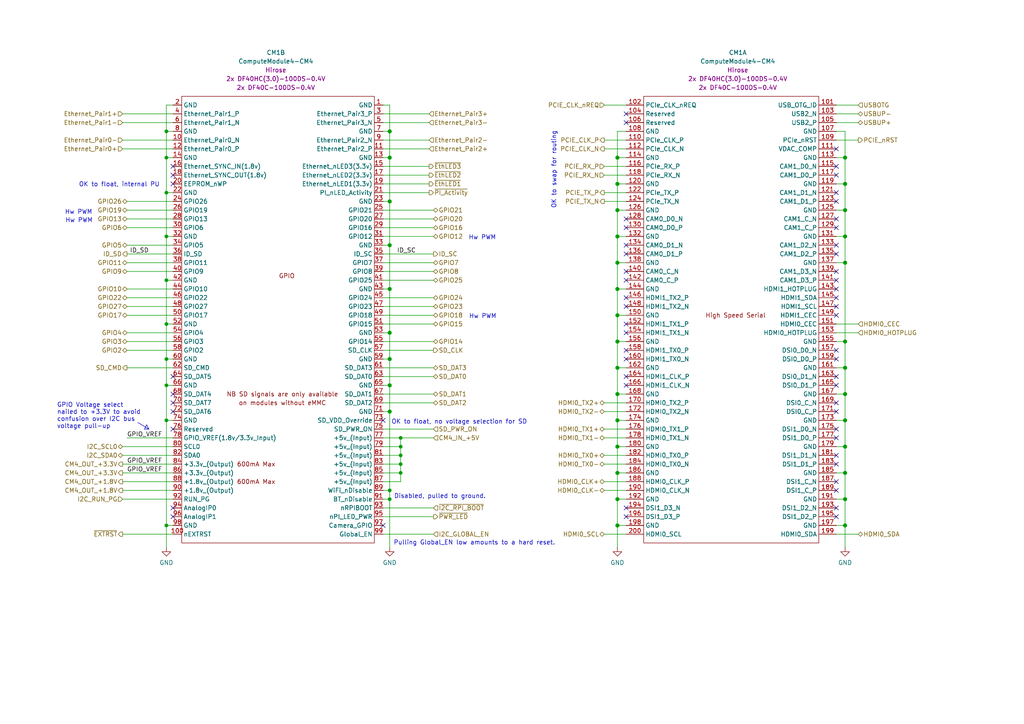
<source format=kicad_sch>
(kicad_sch (version 20211123) (generator eeschema)
  (paper "A4")
  (title_block (title "CM4 Hirose connector mappings") (date "2021-11-20") (rev "4") (company "Copyright © 2022 Christian Kuhtz") (comment 2 "CERN-OHL-W v2 or later"))
  (lib_symbols
    (symbol "Connector_Hirose_RaspberryPi:ComputeModule4-CM4"
      (property "Reference" "Module" (at 113.03 -68.58 0))
      (property "Value" "ComputeModule4-CM4" (at 140.97 2.54 0))
      (property "Manufacturer" "Hirose" (at 0 0 0))
      (property "MPN" "2x DF40C-100DS-0.4V" (at 0 -2.54 0))
      (property "MPN (Alt)" "2x DF40HC(3.0)-100DS-0.4V" (at 0 0 0))
      (symbol "ComputeModule4-CM4_1_0"
        (text "GPIO" (at 0 6.35 0) (effects (font (size 1.27 1.27))))
      )
      (symbol "ComputeModule4-CM4_1_1"
        (rectangle (start -30.48 -71.12) (end 25.4 58.42))
        (text "600mA Max" (at -8.89 -53.34 0) (effects (font (size 1.27 1.27))))
        (text "600mA Max" (at -8.89 -48.26 0) (effects (font (size 1.27 1.27))))
        (text "NB SD signals are only available" (at -1.27 -27.94 0) (effects (font (size 1.27 1.27))))
        (text "on modules without eMMC" (at -1.27 -30.48 0) (effects (font (size 1.27 1.27))))
        (pin power_in line (at 27.94 55.88 180) (length 2.54) (name "GND") (number "1"))
        (pin passive line (at -33.02 45.72 0) (length 2.54) (name "Ethernet_Pair0_N") (number "10"))
        (pin output line (at -33.02 -68.58 0) (length 2.54) (name "nEXTRST") (number "100"))
        (pin passive line (at 27.94 43.18 180) (length 2.54) (name "Ethernet_Pair2_P") (number "11"))
        (pin passive line (at -33.02 43.18 0) (length 2.54) (name "Ethernet_Pair0_P") (number "12"))
        (pin power_in line (at 27.94 40.64 180) (length 2.54) (name "GND") (number "13"))
        (pin power_in line (at -33.02 40.64 0) (length 2.54) (name "GND") (number "14"))
        (pin output line (at 27.94 38.1 180) (length 2.54) (name "Ethernet_nLED3(3.3v)") (number "15"))
        (pin input line (at -33.02 38.1 0) (length 2.54) (name "Ethernet_SYNC_IN(1.8v)") (number "16"))
        (pin output line (at 27.94 35.56 180) (length 2.54) (name "Ethernet_nLED2(3.3v)") (number "17"))
        (pin input line (at -33.02 35.56 0) (length 2.54) (name "Ethernet_SYNC_OUT(1.8v)") (number "18"))
        (pin output line (at 27.94 33.02 180) (length 2.54) (name "Ethernet_nLED1(3.3v)") (number "19"))
        (pin power_in line (at -33.02 55.88 0) (length 2.54) (name "GND") (number "2"))
        (pin passive line (at -33.02 33.02 0) (length 2.54) (name "EEPROM_nWP") (number "20"))
        (pin open_collector line (at 27.94 30.48 180) (length 2.54) (name "PI_nLED_Activity") (number "21"))
        (pin power_in line (at -33.02 30.48 0) (length 2.54) (name "GND") (number "22"))
        (pin power_in line (at 27.94 27.94 180) (length 2.54) (name "GND") (number "23"))
        (pin passive line (at -33.02 27.94 0) (length 2.54) (name "GPIO26") (number "24"))
        (pin passive line (at 27.94 25.4 180) (length 2.54) (name "GPIO21") (number "25"))
        (pin passive line (at -33.02 25.4 0) (length 2.54) (name "GPIO19") (number "26"))
        (pin passive line (at 27.94 22.86 180) (length 2.54) (name "GPIO20") (number "27"))
        (pin passive line (at -33.02 22.86 0) (length 2.54) (name "GPIO13") (number "28"))
        (pin passive line (at 27.94 20.32 180) (length 2.54) (name "GPIO16") (number "29"))
        (pin passive line (at 27.94 53.34 180) (length 2.54) (name "Ethernet_Pair3_P") (number "3"))
        (pin passive line (at -33.02 20.32 0) (length 2.54) (name "GPIO6") (number "30"))
        (pin passive line (at 27.94 17.78 180) (length 2.54) (name "GPIO12") (number "31"))
        (pin power_in line (at -33.02 17.78 0) (length 2.54) (name "GND") (number "32"))
        (pin power_in line (at 27.94 15.24 180) (length 2.54) (name "GND") (number "33"))
        (pin passive line (at -33.02 15.24 0) (length 2.54) (name "GPIO5") (number "34"))
        (pin passive line (at 27.94 12.7 180) (length 2.54) (name "ID_SC") (number "35"))
        (pin passive line (at -33.02 12.7 0) (length 2.54) (name "ID_SD") (number "36"))
        (pin passive line (at 27.94 10.16 180) (length 2.54) (name "GPIO7") (number "37"))
        (pin passive line (at -33.02 10.16 0) (length 2.54) (name "GPIO11") (number "38"))
        (pin passive line (at 27.94 7.62 180) (length 2.54) (name "GPIO8") (number "39"))
        (pin passive line (at -33.02 53.34 0) (length 2.54) (name "Ethernet_Pair1_P") (number "4"))
        (pin passive line (at -33.02 7.62 0) (length 2.54) (name "GPIO9") (number "40"))
        (pin passive line (at 27.94 5.08 180) (length 2.54) (name "GPIO25") (number "41"))
        (pin power_in line (at -33.02 5.08 0) (length 2.54) (name "GND") (number "42"))
        (pin power_in line (at 27.94 2.54 180) (length 2.54) (name "GND") (number "43"))
        (pin passive line (at -33.02 2.54 0) (length 2.54) (name "GPIO10") (number "44"))
        (pin passive line (at 27.94 0 180) (length 2.54) (name "GPIO24") (number "45"))
        (pin passive line (at -33.02 0 0) (length 2.54) (name "GPIO22") (number "46"))
        (pin passive line (at 27.94 -2.54 180) (length 2.54) (name "GPIO23") (number "47"))
        (pin passive line (at -33.02 -2.54 0) (length 2.54) (name "GPIO27") (number "48"))
        (pin passive line (at 27.94 -5.08 180) (length 2.54) (name "GPIO18") (number "49"))
        (pin passive line (at 27.94 50.8 180) (length 2.54) (name "Ethernet_Pair3_N") (number "5"))
        (pin passive line (at -33.02 -5.08 0) (length 2.54) (name "GPIO17") (number "50"))
        (pin passive line (at 27.94 -7.62 180) (length 2.54) (name "GPIO15") (number "51"))
        (pin power_in line (at -33.02 -7.62 0) (length 2.54) (name "GND") (number "52"))
        (pin power_in line (at 27.94 -10.16 180) (length 2.54) (name "GND") (number "53"))
        (pin passive line (at -33.02 -10.16 0) (length 2.54) (name "GPIO4") (number "54"))
        (pin passive line (at 27.94 -12.7 180) (length 2.54) (name "GPIO14") (number "55"))
        (pin passive line (at -33.02 -12.7 0) (length 2.54) (name "GPIO3") (number "56"))
        (pin passive line (at 27.94 -15.24 180) (length 2.54) (name "SD_CLK") (number "57"))
        (pin passive line (at -33.02 -15.24 0) (length 2.54) (name "GPIO2") (number "58"))
        (pin power_in line (at 27.94 -17.78 180) (length 2.54) (name "GND") (number "59"))
        (pin passive line (at -33.02 50.8 0) (length 2.54) (name "Ethernet_Pair1_N") (number "6"))
        (pin power_in line (at -33.02 -17.78 0) (length 2.54) (name "GND") (number "60"))
        (pin passive line (at 27.94 -20.32 180) (length 2.54) (name "SD_DAT3") (number "61"))
        (pin passive line (at -33.02 -20.32 0) (length 2.54) (name "SD_CMD") (number "62"))
        (pin passive line (at 27.94 -22.86 180) (length 2.54) (name "SD_DAT0") (number "63"))
        (pin passive line (at -33.02 -22.86 0) (length 2.54) (name "SD_DAT5") (number "64"))
        (pin power_in line (at 27.94 -25.4 180) (length 2.54) (name "GND") (number "65"))
        (pin power_in line (at -33.02 -25.4 0) (length 2.54) (name "GND") (number "66"))
        (pin passive line (at 27.94 -27.94 180) (length 2.54) (name "SD_DAT1") (number "67"))
        (pin passive line (at -33.02 -27.94 0) (length 2.54) (name "SD_DAT4") (number "68"))
        (pin passive line (at 27.94 -30.48 180) (length 2.54) (name "SD_DAT2") (number "69"))
        (pin power_in line (at 27.94 48.26 180) (length 2.54) (name "GND") (number "7"))
        (pin passive line (at -33.02 -30.48 0) (length 2.54) (name "SD_DAT7") (number "70"))
        (pin power_in line (at 27.94 -33.02 180) (length 2.54) (name "GND") (number "71"))
        (pin passive line (at -33.02 -33.02 0) (length 2.54) (name "SD_DAT6") (number "72"))
        (pin input line (at 27.94 -35.56 180) (length 2.54) (name "SD_VDD_Override") (number "73"))
        (pin power_in line (at -33.02 -35.56 0) (length 2.54) (name "GND") (number "74"))
        (pin output line (at 27.94 -38.1 180) (length 2.54) (name "SD_PWR_ON") (number "75"))
        (pin passive line (at -33.02 -38.1 0) (length 2.54) (name "Reserved") (number "76"))
        (pin power_in line (at 27.94 -40.64 180) (length 2.54) (name "+5v_(Input)") (number "77"))
        (pin power_in line (at -33.02 -40.64 0) (length 2.54) (name "GPIO_VREF(1.8v/3.3v_Input)") (number "78"))
        (pin power_in line (at 27.94 -43.18 180) (length 2.54) (name "+5v_(Input)") (number "79"))
        (pin power_in line (at -33.02 48.26 0) (length 2.54) (name "GND") (number "8"))
        (pin passive line (at -33.02 -43.18 0) (length 2.54) (name "SCL0") (number "80"))
        (pin power_in line (at 27.94 -45.72 180) (length 2.54) (name "+5v_(Input)") (number "81"))
        (pin passive line (at -33.02 -45.72 0) (length 2.54) (name "SDA0") (number "82"))
        (pin power_in line (at 27.94 -48.26 180) (length 2.54) (name "+5v_(Input)") (number "83"))
        (pin power_out line (at -33.02 -48.26 0) (length 2.54) (name "+3.3v_(Output)") (number "84"))
        (pin power_in line (at 27.94 -50.8 180) (length 2.54) (name "+5v_(Input)") (number "85"))
        (pin passive line (at -33.02 -50.8 0) (length 2.54) (name "+3.3v_(Output)") (number "86"))
        (pin power_in line (at 27.94 -53.34 180) (length 2.54) (name "+5v_(Input)") (number "87"))
        (pin power_out line (at -33.02 -53.34 0) (length 2.54) (name "+1.8v_(Output)") (number "88"))
        (pin power_in line (at 27.94 -55.88 180) (length 2.54) (name "WiFi_nDisable") (number "89"))
        (pin passive line (at 27.94 45.72 180) (length 2.54) (name "Ethernet_Pair2_N") (number "9"))
        (pin passive line (at -33.02 -55.88 0) (length 2.54) (name "+1.8v_(Output)") (number "90"))
        (pin power_in line (at 27.94 -58.42 180) (length 2.54) (name "BT_nDisable") (number "91"))
        (pin passive line (at -33.02 -58.42 0) (length 2.54) (name "RUN_PG") (number "92"))
        (pin input line (at 27.94 -60.96 180) (length 2.54) (name "nRPIBOOT") (number "93"))
        (pin passive line (at -33.02 -60.96 0) (length 2.54) (name "AnalogIP0") (number "94"))
        (pin output line (at 27.94 -63.5 180) (length 2.54) (name "nPI_LED_PWR") (number "95"))
        (pin passive line (at -33.02 -63.5 0) (length 2.54) (name "AnalogIP1") (number "96"))
        (pin passive line (at 27.94 -66.04 180) (length 2.54) (name "Camera_GPIO") (number "97"))
        (pin power_in line (at -33.02 -66.04 0) (length 2.54) (name "GND") (number "98"))
        (pin input line (at 27.94 -68.58 180) (length 2.54) (name "Global_EN") (number "99"))
      )
      (symbol "ComputeModule4-CM4_2_1"
        (rectangle (start 114.3 -66.04) (end 165.1 63.5))
        (text "High Speed Serial" (at 140.97 0 0) (effects (font (size 1.27 1.27))))
        (pin input line (at 170.18 60.96 180) (length 5.08) (name "USB_OTG_ID") (number "101"))
        (pin input line (at 109.22 60.96 0) (length 5.08) (name "PCIe_CLK_nREQ") (number "102"))
        (pin passive line (at 170.18 58.42 180) (length 5.08) (name "USB2_N") (number "103"))
        (pin passive line (at 109.22 58.42 0) (length 5.08) (name "Reserved") (number "104"))
        (pin passive line (at 170.18 55.88 180) (length 5.08) (name "USB2_P") (number "105"))
        (pin passive line (at 109.22 55.88 0) (length 5.08) (name "Reserved") (number "106"))
        (pin power_in line (at 170.18 53.34 180) (length 5.08) (name "GND") (number "107"))
        (pin power_in line (at 109.22 53.34 0) (length 5.08) (name "GND") (number "108"))
        (pin bidirectional line (at 170.18 50.8 180) (length 5.08) (name "PCIe_nRST") (number "109"))
        (pin output line (at 109.22 50.8 0) (length 5.08) (name "PCIe_CLK_P") (number "110"))
        (pin passive line (at 170.18 48.26 180) (length 5.08) (name "VDAC_COMP") (number "111"))
        (pin output line (at 109.22 48.26 0) (length 5.08) (name "PCIe_CLK_N") (number "112"))
        (pin power_in line (at 170.18 45.72 180) (length 5.08) (name "GND") (number "113"))
        (pin power_in line (at 109.22 45.72 0) (length 5.08) (name "GND") (number "114"))
        (pin input line (at 170.18 43.18 180) (length 5.08) (name "CAM1_D0_N") (number "115"))
        (pin input line (at 109.22 43.18 0) (length 5.08) (name "PCIe_RX_P") (number "116"))
        (pin input line (at 170.18 40.64 180) (length 5.08) (name "CAM1_D0_P") (number "117"))
        (pin input line (at 109.22 40.64 0) (length 5.08) (name "PCIe_RX_N") (number "118"))
        (pin power_in line (at 170.18 38.1 180) (length 5.08) (name "GND") (number "119"))
        (pin power_in line (at 109.22 38.1 0) (length 5.08) (name "GND") (number "120"))
        (pin input line (at 170.18 35.56 180) (length 5.08) (name "CAM1_D1_N") (number "121"))
        (pin output line (at 109.22 35.56 0) (length 5.08) (name "PCIe_TX_P") (number "122"))
        (pin input line (at 170.18 33.02 180) (length 5.08) (name "CAM1_D1_P") (number "123"))
        (pin output line (at 109.22 33.02 0) (length 5.08) (name "PCIe_TX_N") (number "124"))
        (pin power_in line (at 170.18 30.48 180) (length 5.08) (name "GND") (number "125"))
        (pin power_in line (at 109.22 30.48 0) (length 5.08) (name "GND") (number "126"))
        (pin input line (at 170.18 27.94 180) (length 5.08) (name "CAM1_C_N") (number "127"))
        (pin input line (at 109.22 27.94 0) (length 5.08) (name "CAM0_D0_N") (number "128"))
        (pin input line (at 170.18 25.4 180) (length 5.08) (name "CAM1_C_P") (number "129"))
        (pin input line (at 109.22 25.4 0) (length 5.08) (name "CAM0_D0_P") (number "130"))
        (pin power_in line (at 170.18 22.86 180) (length 5.08) (name "GND") (number "131"))
        (pin power_in line (at 109.22 22.86 0) (length 5.08) (name "GND") (number "132"))
        (pin input line (at 170.18 20.32 180) (length 5.08) (name "CAM1_D2_N") (number "133"))
        (pin input line (at 109.22 20.32 0) (length 5.08) (name "CAM0_D1_N") (number "134"))
        (pin input line (at 170.18 17.78 180) (length 5.08) (name "CAM1_D2_P") (number "135"))
        (pin input line (at 109.22 17.78 0) (length 5.08) (name "CAM0_D1_P") (number "136"))
        (pin power_in line (at 170.18 15.24 180) (length 5.08) (name "GND") (number "137"))
        (pin power_in line (at 109.22 15.24 0) (length 5.08) (name "GND") (number "138"))
        (pin input line (at 170.18 12.7 180) (length 5.08) (name "CAM1_D3_N") (number "139"))
        (pin input line (at 109.22 12.7 0) (length 5.08) (name "CAM0_C_N") (number "140"))
        (pin input line (at 170.18 10.16 180) (length 5.08) (name "CAM1_D3_P") (number "141"))
        (pin input line (at 109.22 10.16 0) (length 5.08) (name "CAM0_C_P") (number "142"))
        (pin input line (at 170.18 7.62 180) (length 5.08) (name "HDMI1_HOTPLUG") (number "143"))
        (pin power_in line (at 109.22 7.62 0) (length 5.08) (name "GND") (number "144"))
        (pin bidirectional line (at 170.18 5.08 180) (length 5.08) (name "HDMI1_SDA") (number "145"))
        (pin output line (at 109.22 5.08 0) (length 5.08) (name "HDMI1_TX2_P") (number "146"))
        (pin open_collector line (at 170.18 2.54 180) (length 5.08) (name "HDMI1_SCL") (number "147"))
        (pin output line (at 109.22 2.54 0) (length 5.08) (name "HDMI1_TX2_N") (number "148"))
        (pin open_collector line (at 170.18 0 180) (length 5.08) (name "HDMI1_CEC") (number "149"))
        (pin power_in line (at 109.22 0 0) (length 5.08) (name "GND") (number "150"))
        (pin open_collector line (at 170.18 -2.54 180) (length 5.08) (name "HDMI0_CEC") (number "151"))
        (pin output line (at 109.22 -2.54 0) (length 5.08) (name "HDMI1_TX1_P") (number "152"))
        (pin input line (at 170.18 -5.08 180) (length 5.08) (name "HDMI0_HOTPLUG") (number "153"))
        (pin output line (at 109.22 -5.08 0) (length 5.08) (name "HDMI1_TX1_N") (number "154"))
        (pin power_in line (at 170.18 -7.62 180) (length 5.08) (name "GND") (number "155"))
        (pin power_in line (at 109.22 -7.62 0) (length 5.08) (name "GND") (number "156"))
        (pin output line (at 170.18 -10.16 180) (length 5.08) (name "DSI0_D0_N") (number "157"))
        (pin output line (at 109.22 -10.16 0) (length 5.08) (name "HDMI1_TX0_P") (number "158"))
        (pin output line (at 170.18 -12.7 180) (length 5.08) (name "DSI0_D0_P") (number "159"))
        (pin output line (at 109.22 -12.7 0) (length 5.08) (name "HDMI1_TX0_N") (number "160"))
        (pin power_in line (at 170.18 -15.24 180) (length 5.08) (name "GND") (number "161"))
        (pin power_in line (at 109.22 -15.24 0) (length 5.08) (name "GND") (number "162"))
        (pin output line (at 170.18 -17.78 180) (length 5.08) (name "DSI0_D1_N") (number "163"))
        (pin output line (at 109.22 -17.78 0) (length 5.08) (name "HDMI1_CLK_P") (number "164"))
        (pin output line (at 170.18 -20.32 180) (length 5.08) (name "DSI0_D1_P") (number "165"))
        (pin output line (at 109.22 -20.32 0) (length 5.08) (name "HDMI1_CLK_N") (number "166"))
        (pin power_in line (at 170.18 -22.86 180) (length 5.08) (name "GND") (number "167"))
        (pin power_in line (at 109.22 -22.86 0) (length 5.08) (name "GND") (number "168"))
        (pin output line (at 170.18 -25.4 180) (length 5.08) (name "DSI0_C_N") (number "169"))
        (pin output line (at 109.22 -25.4 0) (length 5.08) (name "HDMI0_TX2_P") (number "170"))
        (pin output line (at 170.18 -27.94 180) (length 5.08) (name "DSI0_C_P") (number "171"))
        (pin output line (at 109.22 -27.94 0) (length 5.08) (name "HDMI0_TX2_N") (number "172"))
        (pin power_in line (at 170.18 -30.48 180) (length 5.08) (name "GND") (number "173"))
        (pin power_in line (at 109.22 -30.48 0) (length 5.08) (name "GND") (number "174"))
        (pin output line (at 170.18 -33.02 180) (length 5.08) (name "DSI1_D0_N") (number "175"))
        (pin output line (at 109.22 -33.02 0) (length 5.08) (name "HDMI0_TX1_P") (number "176"))
        (pin output line (at 170.18 -35.56 180) (length 5.08) (name "DSI1_D0_P") (number "177"))
        (pin output line (at 109.22 -35.56 0) (length 5.08) (name "HDMI0_TX1_N") (number "178"))
        (pin power_in line (at 170.18 -38.1 180) (length 5.08) (name "GND") (number "179"))
        (pin power_in line (at 109.22 -38.1 0) (length 5.08) (name "GND") (number "180"))
        (pin output line (at 170.18 -40.64 180) (length 5.08) (name "DSI1_D1_N") (number "181"))
        (pin output line (at 109.22 -40.64 0) (length 5.08) (name "HDMI0_TX0_P") (number "182"))
        (pin output line (at 170.18 -43.18 180) (length 5.08) (name "DSI1_D1_P") (number "183"))
        (pin output line (at 109.22 -43.18 0) (length 5.08) (name "HDMI0_TX0_N") (number "184"))
        (pin power_in line (at 170.18 -45.72 180) (length 5.08) (name "GND") (number "185"))
        (pin power_in line (at 109.22 -45.72 0) (length 5.08) (name "GND") (number "186"))
        (pin output line (at 170.18 -48.26 180) (length 5.08) (name "DSI1_C_N") (number "187"))
        (pin output line (at 109.22 -48.26 0) (length 5.08) (name "HDMI0_CLK_P") (number "188"))
        (pin output line (at 170.18 -50.8 180) (length 5.08) (name "DSI1_C_P") (number "189"))
        (pin output line (at 109.22 -50.8 0) (length 5.08) (name "HDMI0_CLK_N") (number "190"))
        (pin power_in line (at 170.18 -53.34 180) (length 5.08) (name "GND") (number "191"))
        (pin power_in line (at 109.22 -53.34 0) (length 5.08) (name "GND") (number "192"))
        (pin output line (at 170.18 -55.88 180) (length 5.08) (name "DSI1_D2_N") (number "193"))
        (pin output line (at 109.22 -55.88 0) (length 5.08) (name "DSI1_D3_N") (number "194"))
        (pin output line (at 170.18 -58.42 180) (length 5.08) (name "DSI1_D2_P") (number "195"))
        (pin output line (at 109.22 -58.42 0) (length 5.08) (name "DSI1_D3_P") (number "196"))
        (pin power_in line (at 170.18 -60.96 180) (length 5.08) (name "GND") (number "197"))
        (pin power_in line (at 109.22 -60.96 0) (length 5.08) (name "GND") (number "198"))
        (pin bidirectional line (at 170.18 -63.5 180) (length 5.08) (name "HDMI0_SDA") (number "199"))
        (pin open_collector line (at 109.22 -63.5 0) (length 5.08) (name "HDMI0_SCL") (number "200"))
      )
    )
    (symbol "power:GND" (power) (pin_names (offset 0))
      (property "Value" "GND" (at 0 -3.81 0))
      (symbol "GND_0_1"
        (polyline (pts (xy 0 0) (xy 0 -1.27) (xy 1.27 -1.27) (xy 0 -2.54) (xy -1.27 -1.27) (xy 0 -1.27)))
      )
      (symbol "GND_1_1"
        (pin power_in line (at 0 0 270) (length 0) hide (name "GND") (number "1"))
      )
    )
  )
  (junction (at 245.11 129.54) (diameter 1.016))
  (junction (at 113.03 58.42) (diameter 1.016))
  (junction (at 48.26 152.4) (diameter 0.9144))
  (junction (at 113.03 119.38) (diameter 1.016))
  (junction (at 48.26 121.92) (diameter 0.9144))
  (junction (at 245.11 45.72) (diameter 1.016))
  (junction (at 116.205 132.08) (diameter 0.9144))
  (junction (at 48.26 45.72) (diameter 0.9144))
  (junction (at 113.03 38.1) (diameter 1.016))
  (junction (at 245.11 60.96) (diameter 1.016))
  (junction (at 179.07 45.72) (diameter 1.016))
  (junction (at 48.26 104.14) (diameter 0.9144))
  (junction (at 245.11 152.4) (diameter 1.016))
  (junction (at 116.205 137.16) (diameter 0.9144))
  (junction (at 245.11 144.78) (diameter 1.016))
  (junction (at 179.07 76.2) (diameter 1.016))
  (junction (at 179.07 60.96) (diameter 1.016))
  (junction (at 113.03 83.82) (diameter 1.016))
  (junction (at 245.11 121.92) (diameter 1.016))
  (junction (at 116.205 129.54) (diameter 0.9144))
  (junction (at 245.11 68.58) (diameter 1.016))
  (junction (at 48.26 93.98) (diameter 0.9144))
  (junction (at 48.26 68.58) (diameter 0.9144))
  (junction (at 245.11 137.16) (diameter 1.016))
  (junction (at 113.03 111.76) (diameter 1.016))
  (junction (at 245.11 114.3) (diameter 1.016))
  (junction (at 179.07 106.68) (diameter 1.016))
  (junction (at 116.205 134.62) (diameter 0.9144))
  (junction (at 245.11 76.2) (diameter 1.016))
  (junction (at 179.07 114.3) (diameter 1.016))
  (junction (at 245.11 53.34) (diameter 1.016))
  (junction (at 245.11 99.06) (diameter 1.016))
  (junction (at 48.26 111.76) (diameter 0.9144))
  (junction (at 113.03 142.24) (diameter 0.9144))
  (junction (at 116.205 127) (diameter 0.9144))
  (junction (at 48.26 38.1) (diameter 0.9144))
  (junction (at 179.07 121.92) (diameter 1.016))
  (junction (at 113.03 96.52) (diameter 1.016))
  (junction (at 113.03 104.14) (diameter 1.016))
  (junction (at 179.07 68.58) (diameter 1.016))
  (junction (at 179.07 83.82) (diameter 1.016))
  (junction (at 179.07 99.06) (diameter 1.016))
  (junction (at 179.07 53.34) (diameter 1.016))
  (junction (at 179.07 129.54) (diameter 1.016))
  (junction (at 245.11 106.68) (diameter 1.016))
  (junction (at 113.03 71.12) (diameter 1.016))
  (junction (at 48.26 81.28) (diameter 0.9144))
  (junction (at 48.26 55.88) (diameter 0.9144))
  (junction (at 179.07 144.78) (diameter 1.016))
  (junction (at 113.03 144.78) (diameter 0.9144))
  (junction (at 179.07 152.4) (diameter 1.016))
  (junction (at 179.07 137.16) (diameter 1.016))
  (junction (at 113.03 45.72) (diameter 1.016))
  (junction (at 179.07 91.44) (diameter 1.016))
  (no_connect (at 242.57 101.6))
  (no_connect (at 242.57 104.14))
  (no_connect (at 242.57 132.08))
  (no_connect (at 50.165 147.32))
  (no_connect (at 50.165 149.86))
  (no_connect (at 111.125 152.4))
  (no_connect (at 181.61 104.14))
  (no_connect (at 181.61 111.76))
  (no_connect (at 181.61 109.22))
  (no_connect (at 181.61 101.6))
  (no_connect (at 181.61 96.52))
  (no_connect (at 181.61 86.36))
  (no_connect (at 242.57 134.62))
  (no_connect (at 50.165 116.84))
  (no_connect (at 242.57 147.32))
  (no_connect (at 242.57 111.76))
  (no_connect (at 242.57 83.82))
  (no_connect (at 181.61 66.04))
  (no_connect (at 242.57 78.74))
  (no_connect (at 181.61 73.66))
  (no_connect (at 50.165 50.8))
  (no_connect (at 50.165 48.26))
  (no_connect (at 50.165 53.34))
  (no_connect (at 181.61 93.98))
  (no_connect (at 242.57 43.18))
  (no_connect (at 242.57 127))
  (no_connect (at 242.57 71.12))
  (no_connect (at 242.57 142.24))
  (no_connect (at 181.61 88.9))
  (no_connect (at 242.57 48.26))
  (no_connect (at 242.57 66.04))
  (no_connect (at 111.125 121.92))
  (no_connect (at 50.165 109.22))
  (no_connect (at 50.165 114.3))
  (no_connect (at 242.57 55.88))
  (no_connect (at 242.57 81.28))
  (no_connect (at 242.57 58.42))
  (no_connect (at 181.61 63.5))
  (no_connect (at 181.61 35.56))
  (no_connect (at 242.57 139.7))
  (no_connect (at 242.57 88.9))
  (no_connect (at 242.57 73.66))
  (no_connect (at 50.165 124.46))
  (no_connect (at 242.57 149.86))
  (no_connect (at 181.61 147.32))
  (no_connect (at 181.61 78.74))
  (no_connect (at 242.57 50.8))
  (no_connect (at 242.57 86.36))
  (no_connect (at 50.165 119.38))
  (no_connect (at 242.57 116.84))
  (no_connect (at 181.61 149.86))
  (no_connect (at 242.57 63.5))
  (no_connect (at 242.57 91.44))
  (no_connect (at 242.57 124.46))
  (no_connect (at 181.61 71.12))
  (no_connect (at 242.57 119.38))
  (no_connect (at 181.61 33.02))
  (no_connect (at 181.61 81.28))
  (no_connect (at 242.57 109.22))
  (wire (pts (xy 179.07 76.2) (xy 181.61 76.2)))
  (wire (pts (xy 36.83 66.04) (xy 50.165 66.04)))
  (wire (pts (xy 242.57 152.4) (xy 245.11 152.4)))
  (wire (pts (xy 35.56 40.64) (xy 50.165 40.64)))
  (wire (pts (xy 111.125 33.02) (xy 124.46 33.02)))
  (wire (pts (xy 181.61 38.1) (xy 179.07 38.1)))
  (wire (pts (xy 111.125 76.2) (xy 125.73 76.2)))
  (wire (pts (xy 48.26 68.58) (xy 48.26 81.28)))
  (wire (pts (xy 111.125 124.46) (xy 125.73 124.46)))
  (wire (pts (xy 111.125 116.84) (xy 125.73 116.84)))
  (wire (pts (xy 111.125 38.1) (xy 113.03 38.1)))
  (wire (pts (xy 179.07 60.96) (xy 181.61 60.96)))
  (wire (pts (xy 242.57 40.64) (xy 248.92 40.64)))
  (wire (pts (xy 181.61 144.78) (xy 179.07 144.78)))
  (wire (pts (xy 181.61 152.4) (xy 179.07 152.4)))
  (wire (pts (xy 36.83 73.66) (xy 50.165 73.66)))
  (wire (pts (xy 175.26 119.38) (xy 181.61 119.38)))
  (wire (pts (xy 113.03 71.12) (xy 113.03 83.82)))
  (wire (pts (xy 175.26 48.26) (xy 181.61 48.26)))
  (wire (pts (xy 48.26 111.76) (xy 50.165 111.76)))
  (wire (pts (xy 113.03 58.42) (xy 113.03 71.12)))
  (wire (pts (xy 179.07 45.72) (xy 179.07 53.34)))
  (wire (pts (xy 245.11 137.16) (xy 245.11 144.78)))
  (wire (pts (xy 242.57 106.68) (xy 245.11 106.68)))
  (wire (pts (xy 113.03 142.24) (xy 113.03 144.78)))
  (wire (pts (xy 113.03 119.38) (xy 113.03 142.24)))
  (wire (pts (xy 113.03 144.78) (xy 113.03 158.75)))
  (wire (pts (xy 48.26 93.98) (xy 50.165 93.98)))
  (wire (pts (xy 111.125 66.04) (xy 125.73 66.04)))
  (wire (pts (xy 35.56 33.02) (xy 50.165 33.02)))
  (wire (pts (xy 36.83 101.6) (xy 50.165 101.6)))
  (wire (pts (xy 242.57 76.2) (xy 245.11 76.2)))
  (wire (pts (xy 175.26 134.62) (xy 181.61 134.62)))
  (wire (pts (xy 48.26 81.28) (xy 48.26 93.98)))
  (wire (pts (xy 48.26 30.48) (xy 48.26 38.1)))
  (wire (pts (xy 35.56 137.16) (xy 50.165 137.16)))
  (wire (pts (xy 111.125 73.66) (xy 125.73 73.66)))
  (wire (pts (xy 48.26 81.28) (xy 50.165 81.28)))
  (wire (pts (xy 111.125 43.18) (xy 124.46 43.18)))
  (wire (pts (xy 175.26 58.42) (xy 181.61 58.42)))
  (wire (pts (xy 175.26 139.7) (xy 181.61 139.7)))
  (wire (pts (xy 111.125 55.88) (xy 124.46 55.88)))
  (wire (pts (xy 245.11 53.34) (xy 245.11 45.72)))
  (wire (pts (xy 48.26 104.14) (xy 50.165 104.14)))
  (wire (pts (xy 242.57 93.98) (xy 248.92 93.98)))
  (wire (pts (xy 48.26 104.14) (xy 48.26 111.76)))
  (wire (pts (xy 36.83 78.74) (xy 50.165 78.74)))
  (wire (pts (xy 113.03 45.72) (xy 113.03 58.42)))
  (wire (pts (xy 48.26 45.72) (xy 50.165 45.72)))
  (wire (pts (xy 242.57 38.1) (xy 245.11 38.1)))
  (wire (pts (xy 111.125 149.86) (xy 125.73 149.86)))
  (wire (pts (xy 111.125 58.42) (xy 113.03 58.42)))
  (wire (pts (xy 48.26 45.72) (xy 48.26 55.88)))
  (wire (pts (xy 179.07 114.3) (xy 179.07 121.92)))
  (wire (pts (xy 36.83 71.12) (xy 50.165 71.12)))
  (wire (pts (xy 36.83 91.44) (xy 50.165 91.44)))
  (wire (pts (xy 175.26 30.48) (xy 181.61 30.48)))
  (wire (pts (xy 179.07 68.58) (xy 181.61 68.58)))
  (wire (pts (xy 175.26 127) (xy 181.61 127)))
  (wire (pts (xy 179.07 91.44) (xy 179.07 99.06)))
  (wire (pts (xy 116.205 129.54) (xy 116.205 127)))
  (wire (pts (xy 116.205 139.7) (xy 116.205 137.16)))
  (wire (pts (xy 111.125 139.7) (xy 116.205 139.7)))
  (wire (pts (xy 116.205 132.08) (xy 116.205 129.54)))
  (wire (pts (xy 116.205 134.62) (xy 116.205 132.08)))
  (wire (pts (xy 116.205 137.16) (xy 116.205 134.62)))
  (wire (pts (xy 179.07 83.82) (xy 181.61 83.82)))
  (wire (pts (xy 111.125 96.52) (xy 113.03 96.52)))
  (wire (pts (xy 48.26 111.76) (xy 48.26 121.92)))
  (wire (pts (xy 111.125 154.94) (xy 125.73 154.94)))
  (wire (pts (xy 35.56 139.7) (xy 50.165 139.7)))
  (wire (pts (xy 48.26 55.88) (xy 48.26 68.58)))
  (wire (pts (xy 242.57 121.92) (xy 245.11 121.92)))
  (wire (pts (xy 113.03 38.1) (xy 113.03 45.72)))
  (wire (pts (xy 111.125 93.98) (xy 125.73 93.98)))
  (wire (pts (xy 36.83 99.06) (xy 50.165 99.06)))
  (wire (pts (xy 111.125 50.8) (xy 124.46 50.8)))
  (wire (pts (xy 179.07 106.68) (xy 181.61 106.68)))
  (wire (pts (xy 111.125 104.14) (xy 113.03 104.14)))
  (wire (pts (xy 242.57 68.58) (xy 245.11 68.58)))
  (wire (pts (xy 111.125 71.12) (xy 113.03 71.12)))
  (wire (pts (xy 111.125 53.34) (xy 124.46 53.34)))
  (wire (pts (xy 35.56 132.08) (xy 50.165 132.08)))
  (wire (pts (xy 113.03 96.52) (xy 113.03 104.14)))
  (wire (pts (xy 111.125 35.56) (xy 124.46 35.56)))
  (wire (pts (xy 242.57 137.16) (xy 245.11 137.16)))
  (wire (pts (xy 245.11 60.96) (xy 245.11 53.34)))
  (wire (pts (xy 113.03 111.76) (xy 113.03 119.38)))
  (wire (pts (xy 179.07 99.06) (xy 181.61 99.06)))
  (wire (pts (xy 245.11 99.06) (xy 245.11 106.68)))
  (wire (pts (xy 179.07 99.06) (xy 179.07 106.68)))
  (wire (pts (xy 179.07 83.82) (xy 179.07 91.44)))
  (wire (pts (xy 111.125 132.08) (xy 116.205 132.08)))
  (wire (pts (xy 242.57 99.06) (xy 245.11 99.06)))
  (wire (pts (xy 245.11 106.68) (xy 245.11 114.3)))
  (wire (pts (xy 245.11 152.4) (xy 245.11 158.75)))
  (wire (pts (xy 35.56 129.54) (xy 50.165 129.54)))
  (wire (pts (xy 179.07 129.54) (xy 179.07 137.16)))
  (wire (pts (xy 36.83 86.36) (xy 50.165 86.36)))
  (wire (pts (xy 48.26 38.1) (xy 50.165 38.1)))
  (wire (pts (xy 181.61 124.46) (xy 175.26 124.46)))
  (wire (pts (xy 175.26 142.24) (xy 181.61 142.24)))
  (wire (pts (xy 179.07 152.4) (xy 179.07 158.75)))
  (wire (pts (xy 35.56 43.18) (xy 50.165 43.18)))
  (wire (pts (xy 36.83 127) (xy 50.165 127)))
  (wire (pts (xy 111.125 30.48) (xy 113.03 30.48)))
  (wire (pts (xy 179.07 129.54) (xy 181.61 129.54)))
  (wire (pts (xy 36.83 96.52) (xy 50.165 96.52)))
  (wire (pts (xy 113.03 96.52) (xy 113.03 83.82)))
  (wire (pts (xy 179.07 114.3) (xy 181.61 114.3)))
  (wire (pts (xy 111.125 111.76) (xy 113.03 111.76)))
  (wire (pts (xy 111.125 40.64) (xy 124.46 40.64)))
  (wire (pts (xy 36.83 60.96) (xy 50.165 60.96)))
  (wire (pts (xy 248.92 30.48) (xy 242.57 30.48)))
  (wire (pts (xy 36.83 83.82) (xy 50.165 83.82)))
  (wire (pts (xy 111.125 60.96) (xy 125.73 60.96)))
  (wire (pts (xy 179.07 137.16) (xy 179.07 144.78)))
  (wire (pts (xy 245.11 129.54) (xy 245.11 137.16)))
  (wire (pts (xy 111.125 83.82) (xy 113.03 83.82)))
  (wire (pts (xy 111.125 147.32) (xy 125.73 147.32)))
  (wire (pts (xy 48.26 55.88) (xy 50.165 55.88)))
  (wire (pts (xy 111.125 101.6) (xy 125.73 101.6)))
  (wire (pts (xy 242.57 129.54) (xy 245.11 129.54)))
  (wire (pts (xy 242.57 53.34) (xy 245.11 53.34)))
  (wire (pts (xy 35.56 144.78) (xy 50.165 144.78)))
  (wire (pts (xy 111.125 78.74) (xy 125.73 78.74)))
  (wire (pts (xy 179.07 53.34) (xy 179.07 60.96)))
  (wire (pts (xy 245.11 68.58) (xy 245.11 60.96)))
  (wire (pts (xy 48.26 68.58) (xy 50.165 68.58)))
  (wire (pts (xy 179.07 144.78) (xy 179.07 152.4)))
  (wire (pts (xy 111.125 119.38) (xy 113.03 119.38)))
  (wire (pts (xy 111.125 106.68) (xy 125.73 106.68)))
  (wire (pts (xy 175.26 116.84) (xy 181.61 116.84)))
  (wire (pts (xy 111.125 88.9) (xy 125.73 88.9)))
  (wire (pts (xy 179.07 91.44) (xy 181.61 91.44)))
  (wire (pts (xy 36.83 63.5) (xy 50.165 63.5)))
  (wire (pts (xy 111.125 81.28) (xy 125.73 81.28)))
  (wire (pts (xy 175.26 43.18) (xy 181.61 43.18)))
  (wire (pts (xy 242.57 60.96) (xy 245.11 60.96)))
  (wire (pts (xy 179.07 137.16) (xy 181.61 137.16)))
  (wire (pts (xy 245.11 121.92) (xy 245.11 129.54)))
  (wire (pts (xy 111.125 134.62) (xy 116.205 134.62)))
  (wire (pts (xy 48.26 93.98) (xy 48.26 104.14)))
  (wire (pts (xy 48.26 152.4) (xy 48.26 158.75)))
  (wire (pts (xy 111.125 144.78) (xy 113.03 144.78)))
  (wire (pts (xy 179.07 45.72) (xy 181.61 45.72)))
  (wire (pts (xy 242.57 144.78) (xy 245.11 144.78)))
  (wire (pts (xy 245.11 76.2) (xy 245.11 99.06)))
  (wire (pts (xy 179.07 68.58) (xy 179.07 76.2)))
  (wire (pts (xy 175.26 154.94) (xy 181.61 154.94)))
  (wire (pts (xy 111.125 137.16) (xy 116.205 137.16)))
  (wire (pts (xy 175.26 40.64) (xy 181.61 40.64)))
  (wire (pts (xy 48.26 121.92) (xy 48.26 152.4)))
  (wire (pts (xy 111.125 91.44) (xy 125.73 91.44)))
  (wire (pts (xy 175.26 55.88) (xy 181.61 55.88)))
  (wire (pts (xy 111.125 127) (xy 116.205 127)))
  (wire (pts (xy 116.205 127) (xy 125.73 127)))
  (wire (pts (xy 245.11 45.72) (xy 245.11 38.1)))
  (wire (pts (xy 113.03 111.76) (xy 113.03 104.14)))
  (wire (pts (xy 179.07 60.96) (xy 179.07 68.58)))
  (wire (pts (xy 179.07 76.2) (xy 179.07 83.82)))
  (wire (pts (xy 111.125 142.24) (xy 113.03 142.24)))
  (wire (pts (xy 36.83 76.2) (xy 50.165 76.2)))
  (wire (pts (xy 179.07 53.34) (xy 181.61 53.34)))
  (wire (pts (xy 175.26 50.8) (xy 181.61 50.8)))
  (wire (pts (xy 111.125 114.3) (xy 125.73 114.3)))
  (wire (pts (xy 35.56 142.24) (xy 50.165 142.24)))
  (wire (pts (xy 35.56 35.56) (xy 50.165 35.56)))
  (wire (pts (xy 111.125 48.26) (xy 124.46 48.26)))
  (wire (pts (xy 242.57 114.3) (xy 245.11 114.3)))
  (wire (pts (xy 111.125 129.54) (xy 116.205 129.54)))
  (polyline (pts (xy 43.18 124.46) (xy 42.545 123.19)) (stroke (width 0.1524) (type solid)))
  (polyline (pts (xy 42.545 123.19) (xy 41.91 124.46)) (stroke (width 0.1524) (type solid)))
  (polyline (pts (xy 40.005 122.555) (xy 43.18 124.46)) (stroke (width 0.1524) (type solid)))
  (polyline (pts (xy 41.91 124.46) (xy 43.18 124.46)) (stroke (width 0.1524) (type solid)))
  (wire (pts (xy 111.125 63.5) (xy 125.73 63.5)))
  (wire (pts (xy 111.125 45.72) (xy 113.03 45.72)))
  (wire (pts (xy 111.125 86.36) (xy 125.73 86.36)))
  (wire (pts (xy 111.125 99.06) (xy 125.73 99.06)))
  (wire (pts (xy 245.11 114.3) (xy 245.11 121.92)))
  (wire (pts (xy 36.83 106.68) (xy 50.165 106.68)))
  (wire (pts (xy 35.56 154.94) (xy 50.165 154.94)))
  (wire (pts (xy 111.125 109.22) (xy 125.73 109.22)))
  (wire (pts (xy 48.26 30.48) (xy 50.165 30.48)))
  (wire (pts (xy 113.03 30.48) (xy 113.03 38.1)))
  (wire (pts (xy 111.125 68.58) (xy 125.73 68.58)))
  (wire (pts (xy 242.57 45.72) (xy 245.11 45.72)))
  (wire (pts (xy 36.83 58.42) (xy 50.165 58.42)))
  (wire (pts (xy 35.56 134.62) (xy 50.165 134.62)))
  (wire (pts (xy 179.07 121.92) (xy 181.61 121.92)))
  (wire (pts (xy 36.83 88.9) (xy 50.165 88.9)))
  (wire (pts (xy 48.26 38.1) (xy 48.26 45.72)))
  (wire (pts (xy 48.26 152.4) (xy 50.165 152.4)))
  (wire (pts (xy 242.57 96.52) (xy 248.92 96.52)))
  (wire (pts (xy 48.26 121.92) (xy 50.165 121.92)))
  (wire (pts (xy 179.07 38.1) (xy 179.07 45.72)))
  (wire (pts (xy 242.57 35.56) (xy 248.92 35.56)))
  (wire (pts (xy 175.26 132.08) (xy 181.61 132.08)))
  (wire (pts (xy 179.07 106.68) (xy 179.07 114.3)))
  (wire (pts (xy 245.11 76.2) (xy 245.11 68.58)))
  (wire (pts (xy 242.57 33.02) (xy 248.92 33.02)))
  (wire (pts (xy 179.07 121.92) (xy 179.07 129.54)))
  (wire (pts (xy 245.11 144.78) (xy 245.11 152.4)))
  (wire (pts (xy 242.57 154.94) (xy 248.92 154.94)))
  (text "OK to swap for routing" (at 161.417 60.579 90) (effects (font (size 1.27 1.27)) (justify left bottom)))
  (text "Hw PWM" (at 135.89 69.723 0) (effects (font (size 1.27 1.27)) (justify left bottom)))
  (text "OK to float, no voltage selection for SD" (at 152.908 123.19 180) (effects (font (size 1.27 1.27)) (justify right bottom)))
  (text "Disabled, pulled to ground." (at 140.97 144.78 180) (effects (font (size 1.27 1.27)) (justify right bottom)))
  (text "Hw PWM" (at 18.796 62.357 0) (effects (font (size 1.27 1.27)) (justify left bottom)))
  (text "Pulling Global_EN low amounts to a hard reset." (at 161.036 158.242 180) (effects (font (size 1.27 1.27)) (justify right bottom)))
  (text "Hw PWM" (at 18.923 64.77 0) (effects (font (size 1.27 1.27)) (justify left bottom)))
  (text "OK to float, internal PU" (at 22.86 54.356 0) (effects (font (size 1.27 1.27)) (justify left bottom)))
  (text "GPIO Voltage select\nnailed to +3.3V to avoid\nconfusion over I2C bus \nvoltage pull-up\n" (at 16.51 124.46 0) (effects (font (size 1.27 1.27)) (justify left bottom)))
  (text "Hw PWM" (at 136.017 92.583 0) (effects (font (size 1.27 1.27)) (justify left bottom)))
  (label "GPIO_VREF" (at 36.83 137.16 0))
  (label "GPIO_VREF" (at 36.83 127 0))
  (label "ID_SC" (at 120.65 73.66 180))
  (label "ID_SD" (at 43.18 73.66 180))
  (label "GPIO_VREF" (at 36.83 134.62 0))
  (hierarchical_label "GPIO25" (shape bidirectional) (at 125.73 81.28 0))
  (hierarchical_label "GPIO6" (shape bidirectional) (at 36.83 66.04 180))
  (hierarchical_label "GPIO7" (shape bidirectional) (at 125.73 76.2 0))
  (hierarchical_label "PCIE_nRST" (shape output) (at 248.92 40.64 0))
  (hierarchical_label "GPIO15" (shape bidirectional) (at 125.73 93.98 0))
  (hierarchical_label "GPIO12" (shape bidirectional) (at 125.73 68.58 0))
  (hierarchical_label "GPIO10" (shape bidirectional) (at 36.83 83.82 180))
  (hierarchical_label "PCIE_CLK_N" (shape output) (at 175.26 43.18 180))
  (hierarchical_label "HDMI0_SCL" (shape bidirectional) (at 175.26 154.94 180))
  (hierarchical_label "HDMI0_TX0+" (shape bidirectional) (at 175.26 132.08 180))
  (hierarchical_label "HDMI0_TX2-" (shape bidirectional) (at 175.26 119.38 180))
  (hierarchical_label "Ethernet_Pair1+" (shape input) (at 35.56 33.02 180))
  (hierarchical_label "HDMI0_CLK-" (shape bidirectional) (at 175.26 142.24 180))
  (hierarchical_label "CM4_OUT_+3.3V" (shape output) (at 35.56 137.16 180))
  (hierarchical_label "GPIO18" (shape bidirectional) (at 125.73 91.44 0))
  (hierarchical_label "HDMI0_TX1-" (shape bidirectional) (at 175.26 127 180))
  (hierarchical_label "Ethernet_Pair1-" (shape input) (at 35.56 35.56 180))
  (hierarchical_label "GPIO8" (shape bidirectional) (at 125.73 78.74 0))
  (hierarchical_label "SD_DAT0" (shape bidirectional) (at 125.73 109.22 0))
  (hierarchical_label "I2C_GLOBAL_EN" (shape input) (at 125.73 154.94 0))
  (hierarchical_label "Ethernet_Pair2-" (shape input) (at 124.46 40.64 0))
  (hierarchical_label "Ethernet_Pair3-" (shape input) (at 124.46 35.56 0))
  (hierarchical_label "GPIO24" (shape bidirectional) (at 125.73 86.36 0))
  (hierarchical_label "GPIO19" (shape bidirectional) (at 36.83 60.96 180))
  (hierarchical_label "CM4_OUT_+1.8V" (shape output) (at 35.56 142.24 180))
  (hierarchical_label "PCIE_TX_P" (shape output) (at 175.26 55.88 180))
  (hierarchical_label "GPIO4" (shape bidirectional) (at 36.83 96.52 180))
  (hierarchical_label "GPIO2" (shape bidirectional) (at 36.83 101.6 180))
  (hierarchical_label "PCIE_RX_P" (shape input) (at 175.26 48.26 180))
  (hierarchical_label "USBUP-" (shape bidirectional) (at 248.92 33.02 0))
  (hierarchical_label "I2C_SDA0" (shape bidirectional) (at 35.56 132.08 180))
  (hierarchical_label "PCIE_CLK_nREQ" (shape input) (at 175.26 30.48 180))
  (hierarchical_label "SD_CLK" (shape output) (at 125.73 101.6 0))
  (hierarchical_label "GPIO13" (shape bidirectional) (at 36.83 63.5 180))
  (hierarchical_label "GPIO21" (shape bidirectional) (at 125.73 60.96 0))
  (hierarchical_label "GPIO14" (shape bidirectional) (at 125.73 99.06 0))
  (hierarchical_label "GPIO23" (shape bidirectional) (at 125.73 88.9 0))
  (hierarchical_label "~{PWR_LED}" (shape output) (at 125.73 149.86 0))
  (hierarchical_label "~{EthLED3}" (shape output) (at 124.46 48.26 0))
  (hierarchical_label "SD_DAT1" (shape bidirectional) (at 125.73 114.3 0))
  (hierarchical_label "GPIO26" (shape bidirectional) (at 36.83 58.42 180))
  (hierarchical_label "PCIE_CLK_P" (shape output) (at 175.26 40.64 180))
  (hierarchical_label "~{I2C_RPI_BOOT}" (shape input) (at 125.73 147.32 0))
  (hierarchical_label "HDMI0_SDA" (shape bidirectional) (at 248.92 154.94 0))
  (hierarchical_label "GPIO11" (shape bidirectional) (at 36.83 76.2 180))
  (hierarchical_label "GPIO3" (shape bidirectional) (at 36.83 99.06 180))
  (hierarchical_label "PCIE_RX_N" (shape input) (at 175.26 50.8 180))
  (hierarchical_label "SD_DAT2" (shape bidirectional) (at 125.73 116.84 0))
  (hierarchical_label "SD_PWR_ON" (shape input) (at 125.73 124.46 0))
  (hierarchical_label "I2C_SCL0" (shape bidirectional) (at 35.56 129.54 180))
  (hierarchical_label "GPIO16" (shape bidirectional) (at 125.73 66.04 0))
  (hierarchical_label "USBUP+" (shape bidirectional) (at 248.92 35.56 0))
  (hierarchical_label "GPIO20" (shape bidirectional) (at 125.73 63.5 0))
  (hierarchical_label "SD_DAT3" (shape bidirectional) (at 125.73 106.68 0))
  (hierarchical_label "~{PI_Activity}" (shape output) (at 124.46 55.88 0))
  (hierarchical_label "SD_CMD" (shape output) (at 36.83 106.68 180))
  (hierarchical_label "USBOTG" (shape input) (at 248.92 30.48 0))
  (hierarchical_label "PCIE_TX_N" (shape output) (at 175.26 58.42 180))
  (hierarchical_label "~{EXTRST}" (shape output) (at 35.56 154.94 180))
  (hierarchical_label "HDMI0_TX1+" (shape bidirectional) (at 175.26 124.46 180))
  (hierarchical_label "GPIO5" (shape bidirectional) (at 36.83 71.12 180))
  (hierarchical_label "HDMI0_CLK+" (shape bidirectional) (at 175.26 139.7 180))
  (hierarchical_label "HDMI0_TX0-" (shape bidirectional) (at 175.26 134.62 180))
  (hierarchical_label "GPIO9" (shape bidirectional) (at 36.83 78.74 180))
  (hierarchical_label "HDMI0_TX2+" (shape bidirectional) (at 175.26 116.84 180))
  (hierarchical_label "GPIO27" (shape bidirectional) (at 36.83 88.9 180))
  (hierarchical_label "ID_SC" (shape output) (at 125.73 73.66 0))
  (hierarchical_label "Ethernet_Pair0-" (shape input) (at 35.56 40.64 180))
  (hierarchical_label "GPIO17" (shape bidirectional) (at 36.83 91.44 180))
  (hierarchical_label "HDMI0_CEC" (shape input) (at 248.92 93.98 0))
  (hierarchical_label "CM4_IN_+5V" (shape input) (at 125.73 127 0))
  (hierarchical_label "ID_SD" (shape output) (at 36.83 73.66 180))
  (hierarchical_label "CM4_OUT_+1.8V" (shape output) (at 35.56 139.7 180))
  (hierarchical_label "Ethernet_Pair2+" (shape input) (at 124.46 43.18 0))
  (hierarchical_label "GPIO22" (shape bidirectional) (at 36.83 86.36 180))
  (hierarchical_label "I2C_RUN_PG" (shape input) (at 35.56 144.78 180))
  (hierarchical_label "CM4_OUT_+3.3V" (shape output) (at 35.56 134.62 180))
  (hierarchical_label "~{EthLED1}" (shape output) (at 124.46 53.34 0))
  (hierarchical_label "~{EthLED2}" (shape output) (at 124.46 50.8 0))
  (hierarchical_label "HDMI0_HOTPLUG" (shape input) (at 248.92 96.52 0))
  (hierarchical_label "Ethernet_Pair3+" (shape input) (at 124.46 33.02 0))
  (hierarchical_label "Ethernet_Pair0+" (shape input) (at 35.56 43.18 180))
  (symbol (lib_id "power:GND") (at 179.07 158.75 0) (unit 1)
    (property "Reference" "#PWR016" (effects hide))
    (property "Value" "GND" (at 179.07 163.195 0))
  )
  (symbol (lib_id "power:GND") (at 48.26 158.75 0) (unit 1)
    (property "Reference" "#PWR014" (effects hide))
    (property "Value" "GND" (at 48.26 163.195 0))
  )
  (symbol (lib_id "power:GND") (at 245.11 158.75 0) (unit 1)
    (property "Reference" "#PWR017" (effects hide))
    (property "Value" "GND" (at 245.11 163.195 0))
  )
  (symbol (lib_id "Connector_Hirose_RaspberryPi:ComputeModule4-CM4") (at 83.185 86.36 0) (unit 1)
    (property "Reference" "CM1" (at 213.995 15.24 0))
    (property "Value" "ComputeModule4-CM4" (at 213.995 17.78 0))
    (property "Footprint" "Connector_RaspberryPi:Raspberry-Pi-4-Compute-Module_outline" (effects hide))
    (property "Manufacturer" "Hirose" (at 213.995 20.32 0))
    (property "MPN" "2x DF40C-100DS-0.4V" (at 213.995 25.4 0))
    (property "Digi-Key_PN" "2x H11615CT-ND" (effects hide))
    (property "Digi-Key_PN (Alt)" "2x H124602CT-ND" (effects hide))
    (property "MPN (Alt)" "2x DF40HC(3.0)-100DS-0.4V" (at 213.995 22.86 0))
  )
  (symbol (lib_id "power:GND") (at 113.03 158.75 0) (unit 1)
    (property "Reference" "#PWR015" (effects hide))
    (property "Value" "GND" (at 113.03 163.195 0))
  )
  (symbol (lib_id "Connector_Hirose_RaspberryPi:ComputeModule4-CM4") (at 72.39 91.44 0) (unit 2)
    (property "Reference" "CM1" (at 80.01 15.24 0))
    (property "Value" "ComputeModule4-CM4" (at 80.01 17.78 0))
    (property "Footprint" "Connector_RaspberryPi:Raspberry-Pi-4-Compute-Module_outline" (effects hide))
    (property "Manufacturer" "Hirose" (at 80.01 20.32 0))
    (property "MPN" "2x DF40C-100DS-0.4V" (at 80.01 25.4 0))
    (property "Digi-Key_PN" "2x H11615CT-ND" (effects hide))
    (property "Digi-Key_PN (Alt)" "2x H124602CT-ND" (effects hide))
    (property "MPN (Alt)" "2x DF40HC(3.0)-100DS-0.4V" (at 80.01 22.86 0))
  )
)
</source>
